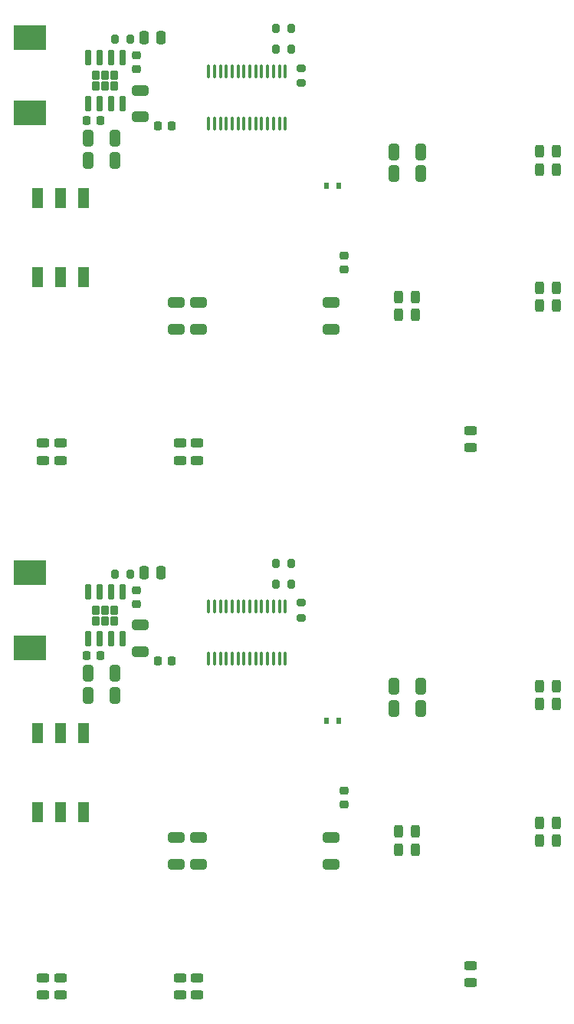
<source format=gbr>
%TF.GenerationSoftware,KiCad,Pcbnew,8.0.2+dfsg-1*%
%TF.CreationDate,2024-06-08T17:30:32+01:00*%
%TF.ProjectId,panel,70616e65-6c2e-46b6-9963-61645f706362,rev?*%
%TF.SameCoordinates,Original*%
%TF.FileFunction,Paste,Top*%
%TF.FilePolarity,Positive*%
%FSLAX46Y46*%
G04 Gerber Fmt 4.6, Leading zero omitted, Abs format (unit mm)*
G04 Created by KiCad (PCBNEW 8.0.2+dfsg-1) date 2024-06-08 17:30:32*
%MOMM*%
%LPD*%
G01*
G04 APERTURE LIST*
G04 Aperture macros list*
%AMRoundRect*
0 Rectangle with rounded corners*
0 $1 Rounding radius*
0 $2 $3 $4 $5 $6 $7 $8 $9 X,Y pos of 4 corners*
0 Add a 4 corners polygon primitive as box body*
4,1,4,$2,$3,$4,$5,$6,$7,$8,$9,$2,$3,0*
0 Add four circle primitives for the rounded corners*
1,1,$1+$1,$2,$3*
1,1,$1+$1,$4,$5*
1,1,$1+$1,$6,$7*
1,1,$1+$1,$8,$9*
0 Add four rect primitives between the rounded corners*
20,1,$1+$1,$2,$3,$4,$5,0*
20,1,$1+$1,$4,$5,$6,$7,0*
20,1,$1+$1,$6,$7,$8,$9,0*
20,1,$1+$1,$8,$9,$2,$3,0*%
G04 Aperture macros list end*
%ADD10RoundRect,0.250000X-0.650000X0.325000X-0.650000X-0.325000X0.650000X-0.325000X0.650000X0.325000X0*%
%ADD11R,3.600000X2.700000*%
%ADD12RoundRect,0.225000X0.225000X0.250000X-0.225000X0.250000X-0.225000X-0.250000X0.225000X-0.250000X0*%
%ADD13RoundRect,0.200000X0.275000X-0.200000X0.275000X0.200000X-0.275000X0.200000X-0.275000X-0.200000X0*%
%ADD14RoundRect,0.100000X0.100000X-0.637500X0.100000X0.637500X-0.100000X0.637500X-0.100000X-0.637500X0*%
%ADD15R,1.200000X2.250000*%
%ADD16RoundRect,0.243750X0.243750X0.456250X-0.243750X0.456250X-0.243750X-0.456250X0.243750X-0.456250X0*%
%ADD17RoundRect,0.250000X-0.325000X-0.650000X0.325000X-0.650000X0.325000X0.650000X-0.325000X0.650000X0*%
%ADD18RoundRect,0.250000X0.650000X-0.325000X0.650000X0.325000X-0.650000X0.325000X-0.650000X-0.325000X0*%
%ADD19RoundRect,0.200000X-0.200000X-0.275000X0.200000X-0.275000X0.200000X0.275000X-0.200000X0.275000X0*%
%ADD20RoundRect,0.243750X0.456250X-0.243750X0.456250X0.243750X-0.456250X0.243750X-0.456250X-0.243750X0*%
%ADD21RoundRect,0.250000X-0.250000X-0.475000X0.250000X-0.475000X0.250000X0.475000X-0.250000X0.475000X0*%
%ADD22R,0.600000X0.700000*%
%ADD23RoundRect,0.250000X0.325000X0.650000X-0.325000X0.650000X-0.325000X-0.650000X0.325000X-0.650000X0*%
%ADD24RoundRect,0.225000X-0.250000X0.225000X-0.250000X-0.225000X0.250000X-0.225000X0.250000X0.225000X0*%
%ADD25RoundRect,0.222500X0.222500X-0.297500X0.222500X0.297500X-0.222500X0.297500X-0.222500X-0.297500X0*%
%ADD26RoundRect,0.150000X0.150000X-0.737500X0.150000X0.737500X-0.150000X0.737500X-0.150000X-0.737500X0*%
%ADD27RoundRect,0.225000X0.250000X-0.225000X0.250000X0.225000X-0.250000X0.225000X-0.250000X-0.225000X0*%
G04 APERTURE END LIST*
D10*
%TO.C,C3*%
X138200000Y-65425000D03*
X138200000Y-68375000D03*
%TD*%
%TO.C,C1*%
X155300000Y-124425000D03*
X155300000Y-127375000D03*
%TD*%
D11*
%TO.C,L1*%
X122000000Y-36250000D03*
X122000000Y-44550000D03*
%TD*%
D12*
%TO.C,C30*%
X137675000Y-45950000D03*
X136125000Y-45950000D03*
%TD*%
D13*
%TO.C,R28*%
X152000000Y-41225000D03*
X152000000Y-39575000D03*
%TD*%
D14*
%TO.C,U2*%
X141750000Y-45687500D03*
X142400000Y-45687500D03*
X143050000Y-45687500D03*
X143700000Y-45687500D03*
X144350000Y-45687500D03*
X145000000Y-45687500D03*
X145650000Y-45687500D03*
X146300000Y-45687500D03*
X146950000Y-45687500D03*
X147600000Y-45687500D03*
X148250000Y-45687500D03*
X148900000Y-45687500D03*
X149550000Y-45687500D03*
X150200000Y-45687500D03*
X150200000Y-39962500D03*
X149550000Y-39962500D03*
X148900000Y-39962500D03*
X148250000Y-39962500D03*
X147600000Y-39962500D03*
X146950000Y-39962500D03*
X146300000Y-39962500D03*
X145650000Y-39962500D03*
X145000000Y-39962500D03*
X144350000Y-39962500D03*
X143700000Y-39962500D03*
X143050000Y-39962500D03*
X142400000Y-39962500D03*
X141750000Y-39962500D03*
%TD*%
D15*
%TO.C,SW1*%
X125400000Y-112925000D03*
X122860000Y-112925000D03*
X122860000Y-121675000D03*
X125400000Y-121675000D03*
X127940000Y-112925000D03*
X127940000Y-121675000D03*
%TD*%
D16*
%TO.C,D20*%
X180137500Y-107750000D03*
X178262500Y-107750000D03*
%TD*%
D17*
%TO.C,C16*%
X162225000Y-51200000D03*
X165175000Y-51200000D03*
%TD*%
D18*
%TO.C,C5*%
X134200000Y-44975000D03*
X134200000Y-42025000D03*
%TD*%
D16*
%TO.C,D5*%
X180137500Y-122800000D03*
X178262500Y-122800000D03*
%TD*%
D19*
%TO.C,R39*%
X149175000Y-96500000D03*
X150825000Y-96500000D03*
%TD*%
D20*
%TO.C,D29*%
X123450000Y-141837500D03*
X123450000Y-139962500D03*
%TD*%
D21*
%TO.C,C22*%
X134600000Y-36200000D03*
X136500000Y-36200000D03*
%TD*%
D20*
%TO.C,D4*%
X125350000Y-82837500D03*
X125350000Y-80962500D03*
%TD*%
D22*
%TO.C,D43*%
X156150000Y-111550000D03*
X154750000Y-111550000D03*
%TD*%
D19*
%TO.C,R44*%
X131425000Y-36400000D03*
X133075000Y-36400000D03*
%TD*%
D23*
%TO.C,C18*%
X131375000Y-106300000D03*
X128425000Y-106300000D03*
%TD*%
D17*
%TO.C,C14*%
X128425000Y-108800000D03*
X131375000Y-108800000D03*
%TD*%
D16*
%TO.C,D1*%
X164572500Y-66800000D03*
X162697500Y-66800000D03*
%TD*%
%TO.C,D1*%
X164572500Y-125800000D03*
X162697500Y-125800000D03*
%TD*%
%TO.C,D37*%
X180137500Y-50750000D03*
X178262500Y-50750000D03*
%TD*%
D20*
%TO.C,D4*%
X125350000Y-141837500D03*
X125350000Y-139962500D03*
%TD*%
D16*
%TO.C,D20*%
X180137500Y-48750000D03*
X178262500Y-48750000D03*
%TD*%
D19*
%TO.C,R44*%
X131425000Y-95400000D03*
X133075000Y-95400000D03*
%TD*%
D16*
%TO.C,D30*%
X180137500Y-65800000D03*
X178262500Y-65800000D03*
%TD*%
D23*
%TO.C,C18*%
X131375000Y-47300000D03*
X128425000Y-47300000D03*
%TD*%
D10*
%TO.C,C3*%
X138200000Y-124425000D03*
X138200000Y-127375000D03*
%TD*%
D16*
%TO.C,D5*%
X180137500Y-63800000D03*
X178262500Y-63800000D03*
%TD*%
D20*
%TO.C,D29*%
X123450000Y-82837500D03*
X123450000Y-80962500D03*
%TD*%
%TO.C,D41*%
X170700000Y-81437500D03*
X170700000Y-79562500D03*
%TD*%
D24*
%TO.C,C23*%
X133800000Y-97175000D03*
X133800000Y-98725000D03*
%TD*%
D25*
%TO.C,U1*%
X129270000Y-41550000D03*
X130300000Y-41550000D03*
X131330000Y-41550000D03*
X129270000Y-40350000D03*
X130300000Y-40350000D03*
X131330000Y-40350000D03*
D26*
X128395000Y-43512500D03*
X129665000Y-43512500D03*
X130935000Y-43512500D03*
X132205000Y-43512500D03*
X132205000Y-38387500D03*
X130935000Y-38387500D03*
X129665000Y-38387500D03*
X128395000Y-38387500D03*
%TD*%
D14*
%TO.C,U2*%
X141750000Y-104687500D03*
X142400000Y-104687500D03*
X143050000Y-104687500D03*
X143700000Y-104687500D03*
X144350000Y-104687500D03*
X145000000Y-104687500D03*
X145650000Y-104687500D03*
X146300000Y-104687500D03*
X146950000Y-104687500D03*
X147600000Y-104687500D03*
X148250000Y-104687500D03*
X148900000Y-104687500D03*
X149550000Y-104687500D03*
X150200000Y-104687500D03*
X150200000Y-98962500D03*
X149550000Y-98962500D03*
X148900000Y-98962500D03*
X148250000Y-98962500D03*
X147600000Y-98962500D03*
X146950000Y-98962500D03*
X146300000Y-98962500D03*
X145650000Y-98962500D03*
X145000000Y-98962500D03*
X144350000Y-98962500D03*
X143700000Y-98962500D03*
X143050000Y-98962500D03*
X142400000Y-98962500D03*
X141750000Y-98962500D03*
%TD*%
D27*
%TO.C,C27*%
X156700000Y-61825000D03*
X156700000Y-60275000D03*
%TD*%
D21*
%TO.C,C22*%
X134600000Y-95200000D03*
X136500000Y-95200000D03*
%TD*%
D27*
%TO.C,C27*%
X156700000Y-120825000D03*
X156700000Y-119275000D03*
%TD*%
D18*
%TO.C,C5*%
X134200000Y-103975000D03*
X134200000Y-101025000D03*
%TD*%
D22*
%TO.C,D43*%
X156150000Y-52550000D03*
X154750000Y-52550000D03*
%TD*%
D20*
%TO.C,D19*%
X140450000Y-141837500D03*
X140450000Y-139962500D03*
%TD*%
D15*
%TO.C,SW1*%
X125400000Y-53925000D03*
X122860000Y-53925000D03*
X122860000Y-62675000D03*
X125400000Y-62675000D03*
X127940000Y-53925000D03*
X127940000Y-62675000D03*
%TD*%
D10*
%TO.C,C11*%
X140600000Y-124425000D03*
X140600000Y-127375000D03*
%TD*%
D12*
%TO.C,C30*%
X137675000Y-104950000D03*
X136125000Y-104950000D03*
%TD*%
D17*
%TO.C,C16*%
X162225000Y-110200000D03*
X165175000Y-110200000D03*
%TD*%
D19*
%TO.C,R40*%
X149175000Y-35200000D03*
X150825000Y-35200000D03*
%TD*%
D17*
%TO.C,C14*%
X128425000Y-49800000D03*
X131375000Y-49800000D03*
%TD*%
D12*
%TO.C,C6*%
X129775000Y-104400000D03*
X128225000Y-104400000D03*
%TD*%
D20*
%TO.C,D31*%
X138550000Y-82837500D03*
X138550000Y-80962500D03*
%TD*%
D16*
%TO.C,D37*%
X180137500Y-109750000D03*
X178262500Y-109750000D03*
%TD*%
D20*
%TO.C,D31*%
X138550000Y-141837500D03*
X138550000Y-139962500D03*
%TD*%
D25*
%TO.C,U1*%
X129270000Y-100550000D03*
X130300000Y-100550000D03*
X131330000Y-100550000D03*
X129270000Y-99350000D03*
X130300000Y-99350000D03*
X131330000Y-99350000D03*
D26*
X128395000Y-102512500D03*
X129665000Y-102512500D03*
X130935000Y-102512500D03*
X132205000Y-102512500D03*
X132205000Y-97387500D03*
X130935000Y-97387500D03*
X129665000Y-97387500D03*
X128395000Y-97387500D03*
%TD*%
D11*
%TO.C,L1*%
X122000000Y-95250000D03*
X122000000Y-103550000D03*
%TD*%
D12*
%TO.C,C6*%
X129775000Y-45400000D03*
X128225000Y-45400000D03*
%TD*%
D24*
%TO.C,C23*%
X133800000Y-38175000D03*
X133800000Y-39725000D03*
%TD*%
D13*
%TO.C,R28*%
X152000000Y-100225000D03*
X152000000Y-98575000D03*
%TD*%
D20*
%TO.C,D19*%
X140450000Y-82837500D03*
X140450000Y-80962500D03*
%TD*%
D19*
%TO.C,R40*%
X149175000Y-94200000D03*
X150825000Y-94200000D03*
%TD*%
D10*
%TO.C,C1*%
X155300000Y-65425000D03*
X155300000Y-68375000D03*
%TD*%
D16*
%TO.C,D30*%
X180137500Y-124800000D03*
X178262500Y-124800000D03*
%TD*%
D19*
%TO.C,R39*%
X149175000Y-37500000D03*
X150825000Y-37500000D03*
%TD*%
D17*
%TO.C,C15*%
X162225000Y-107800000D03*
X165175000Y-107800000D03*
%TD*%
%TO.C,C15*%
X162225000Y-48800000D03*
X165175000Y-48800000D03*
%TD*%
D16*
%TO.C,D38*%
X164572500Y-123800000D03*
X162697500Y-123800000D03*
%TD*%
D10*
%TO.C,C11*%
X140600000Y-65425000D03*
X140600000Y-68375000D03*
%TD*%
D16*
%TO.C,D38*%
X164572500Y-64800000D03*
X162697500Y-64800000D03*
%TD*%
D20*
%TO.C,D41*%
X170700000Y-140437500D03*
X170700000Y-138562500D03*
%TD*%
M02*

</source>
